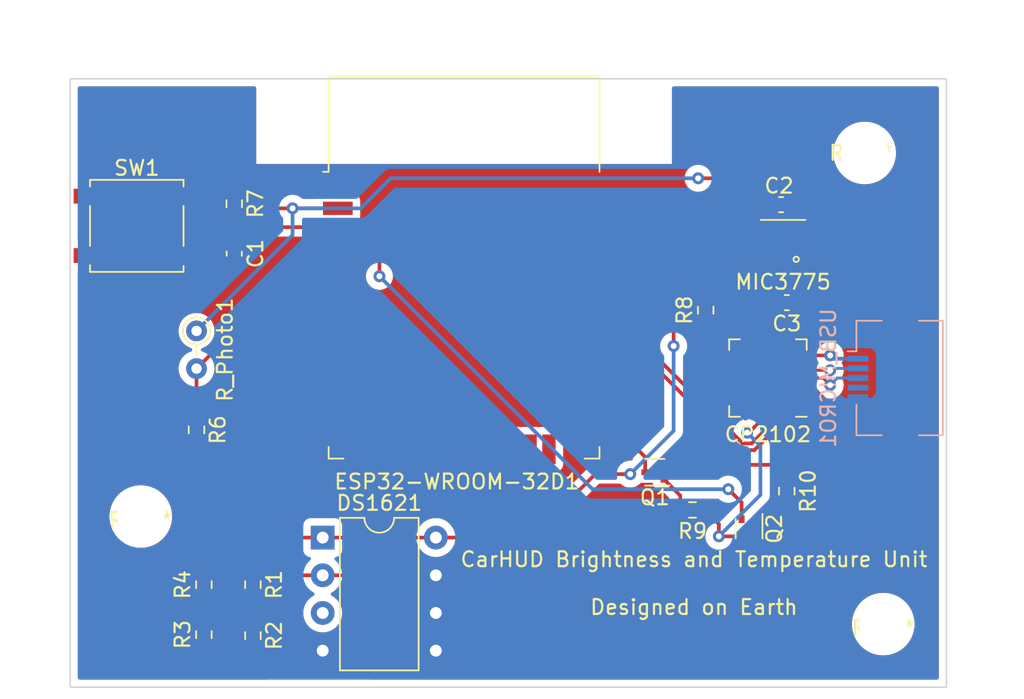
<source format=kicad_pcb>
(kicad_pcb (version 20211014) (generator pcbnew)
  (layers (0 "F.Cu" signal) (31 "B.Cu" signal) (34 "B.Paste" user) (35 "F.Paste" user) (36 "B.SilkS" user "B.Silkscreen") (37 "F.SilkS" user "F.Silkscreen") (38 "B.Mask" user) (39 "F.Mask" user) (44 "Edge.Cuts" user))
  (net 0 "")
  (net 1 "/RESET")
  (net 2 "GND")
  (net 3 "+3V3")
  (net 4 "+5V")
  (net 5 "/D-")
  (net 6 "/D+")
  (net 8 "Net-(Q1-Pad1)")
  (net 9 "/DTR")
  (net 10 "/GPIO0")
  (net 11 "Net-(Q2-Pad1)")
  (net 12 "/RTS")
  (net 13 "/SCL")
  (net 14 "Net-(R1-Pad2)")
  (net 15 "Net-(R3-Pad2)")
  (net 16 "/SDA")
  (net 17 "/PHOTO_SENS")
  (net 20 "Net-(CP2102-Pad9)")
  (net 46 "/RX_ESP")
  (net 47 "/TX_ESP")
  (footprint "Resistor_SMD:R_0603_1608Metric" (layer "F.Cu") (at 83.301 83.524 -90)
    (fp_text reference "R2" (at 0 -1.43 90) (layer "F.SilkS"))
    (fp_text value "1k")
    (fp_line (start -0.237258 -0.5225) (end 0.237258 -0.5225) (layer "F.SilkS") (width 0.12))
    (fp_line (start -0.237258 0.5225) (end 0.237258 0.5225) (layer "F.SilkS") (width 0.12))
    (pad "1" smd roundrect (at -0.825 0 270) (size 0.8 0.95) (layers "F.Cu" "F.Paste" "F.Mask") (net 14 "Net-(R1-Pad2)"))
    (pad "2" smd roundrect (at 0.825 0 270) (size 0.8 0.95) (layers "F.Cu" "F.Paste" "F.Mask") (net 4 "+5V"))
  )
  (footprint "Package_TO_SOT_SMD:SOT-523" (layer "F.Cu") (at 116.713 76.327 -90)
    (fp_text reference "Q2" (at 0 -1.7 90) (layer "F.SilkS"))
    (fp_text value "BC847")
    (fp_line (start 0.65 0.9) (end -0.65 0.9) (layer "F.SilkS") (width 0.12))
    (fp_line (start -1 -0.9) (end 0.65 -0.9) (layer "F.SilkS") (width 0.12))
    (pad "1" smd rect (at -0.645 -0.5 90) (size 0.51 0.4) (layers "F.Cu" "F.Paste" "F.Mask") (net 11 "Net-(Q2-Pad1)"))
    (pad "2" smd rect (at -0.645 0.5 90) (size 0.51 0.4) (layers "F.Cu" "F.Paste" "F.Mask") (net 1 "/RESET"))
    (pad "3" smd rect (at 0.645 0 90) (size 0.51 0.4) (layers "F.Cu" "F.Paste" "F.Mask") (net 12 "/RTS"))
  )
  (footprint "Resistor_SMD:R_0603_1608Metric" (layer "F.Cu") (at 82.042 54.419 -90)
    (fp_text reference "R7" (at 0 -1.43 90) (layer "F.SilkS"))
    (fp_text value "10k")
    (fp_line (start -0.237258 -0.5225) (end 0.237258 -0.5225) (layer "F.SilkS") (width 0.12))
    (fp_line (start -0.237258 0.5225) (end 0.237258 0.5225) (layer "F.SilkS") (width 0.12))
    (pad "1" smd roundrect (at -0.825 0 270) (size 0.8 0.95) (layers "F.Cu" "F.Paste" "F.Mask") (net 3 "+3V3"))
    (pad "2" smd roundrect (at 0.825 0 270) (size 0.8 0.95) (layers "F.Cu" "F.Paste" "F.Mask") (net 1 "/RESET"))
  )
  (footprint "LinReg:MSOP8-Reg" (layer "F.Cu") (at 118.999 57.15 180)
    (fp_text reference "MIC3775" (at -0.005 -2.54 unlocked) (layer "F.SilkS"))
    (fp_text value "MIC3775-3.3YMM")
    (fp_line (start -0.005 1.638) (end 1.495 1.638) (layer "F.SilkS") (width 0.12))
    (fp_line (start -0.005 1.638) (end -1.505 1.638) (layer "F.SilkS") (width 0.12))
    (fp_circle (center -0.889 -1.016) (end -0.762 -0.889) (layer "F.SilkS") (width 0.12) (fill none))
    (pad "EN" smd roundrect (at -2.1175 -0.947 180) (size 1.625 0.4) (layers "F.Cu" "F.Paste" "F.Mask") (net 4 "+5V"))
    (pad "FLG" smd roundrect (at -2.1175 0.353 180) (size 1.625 0.4) (layers "F.Cu" "F.Paste" "F.Mask"))
    (pad "GND" smd roundrect (at 2.1075 -0.297 180) (size 1.625 0.4) (layers "F.Cu" "F.Paste" "F.Mask") (net 2 "GND"))
    (pad "GND" smd roundrect (at 2.1075 -0.947 180) (size 1.625 0.4) (layers "F.Cu" "F.Paste" "F.Mask") (net 2 "GND"))
    (pad "GND" smd roundrect (at 2.1075 1.003 180) (size 1.625 0.4) (layers "F.Cu" "F.Paste" "F.Mask") (net 2 "GND"))
    (pad "GND" smd roundrect (at 2.1075 0.353 180) (size 1.625 0.4) (layers "F.Cu" "F.Paste" "F.Mask") (net 2 "GND"))
    (pad "IN" smd roundrect (at -2.1175 -0.297 180) (size 1.625 0.4) (layers "F.Cu" "F.Paste" "F.Mask") (net 4 "+5V"))
    (pad "OUT" smd roundrect (at -2.1175 1.003 180) (size 1.625 0.4) (layers "F.Cu" "F.Paste" "F.Mask") (net 3 "+3V3"))
  )
  (footprint "Capacitor_SMD:C_0603_1608Metric" (layer "F.Cu") (at 119.253 61.087)
    (fp_text reference "C3" (at 0 1.413) (layer "F.SilkS"))
    (fp_text value "10uF")
    (fp_line (start -0.14058 0.51) (end 0.14058 0.51) (layer "F.SilkS") (width 0.12))
    (fp_line (start -0.14058 -0.51) (end 0.14058 -0.51) (layer "F.SilkS") (width 0.12))
    (pad "1" smd roundrect (at -0.775 0) (size 0.9 0.95) (layers "F.Cu" "F.Paste" "F.Mask") (net 4 "+5V"))
    (pad "2" smd roundrect (at 0.775 0) (size 0.9 0.95) (layers "F.Cu" "F.Paste" "F.Mask") (net 2 "GND"))
  )
  (footprint "Resistor_THT:R_Axial_DIN0204_L3.6mm_D1.6mm_P2.54mm_Vertical" (layer "F.Cu") (at 79.502 62.992 -90)
    (fp_text reference "R_Photo1" (at 1.27 -1.92 90) (layer "F.SilkS"))
    (fp_text value "R_Photo")
    (fp_line (start 0.92 0) (end 1.54 0) (layer "F.SilkS") (width 0.12))
    (fp_circle (center 0 0) (end 0.92 0) (layer "F.SilkS") (width 0.12) (fill none))
    (pad "1" thru_hole circle (at 0 0 270) (size 1.4 1.4) (drill 0.7) (layers *.Cu *.Mask) (net 3 "+3V3"))
    (pad "2" thru_hole oval (at 2.54 0 270) (size 1.4 1.4) (drill 0.7) (layers *.Cu *.Mask) (net 17 "/PHOTO_SENS"))
  )
  (footprint "Button_Switch_SMD:SW_SPST_EVPBF" (layer "F.Cu") (at 75.479 55.912)
    (fp_text reference "SW1" (at 0 -3.9) (layer "F.SilkS"))
    (fp_text value "SW_Push")
    (fp_line (start -3.15 2.65) (end -3.15 3.1) (layer "F.SilkS") (width 0.12))
    (fp_line (start 3.15 3.1) (end 3.15 2.7) (layer "F.SilkS") (width 0.12))
    (fp_line (start 3.15 -1.35) (end 3.15 1.35) (layer "F.SilkS") (width 0.12))
    (fp_line (start -3.15 1.35) (end -3.15 -1.35) (layer "F.SilkS") (width 0.12))
    (fp_line (start -3.15 3.1) (end 3.15 3.1) (layer "F.SilkS") (width 0.12))
    (fp_line (start 3.15 -3.1) (end 3.15 -2.65) (layer "F.SilkS") (width 0.12))
    (fp_line (start -3.15 -2.65) (end -3.15 -3.1) (layer "F.SilkS") (width 0.12))
    (fp_line (start -3.15 -3.1) (end 3.15 -3.1) (layer "F.SilkS") (width 0.12))
    (pad "1" smd rect (at -2.88 -2) (size 2.75 1) (layers "F.Cu" "F.Paste" "F.Mask") (net 2 "GND"))
    (pad "1" smd rect (at 2.88 -2) (size 2.75 1) (layers "F.Cu" "F.Paste" "F.Mask") (net 2 "GND"))
    (pad "2" smd rect (at -2.88 2) (size 2.75 1) (layers "F.Cu" "F.Paste" "F.Mask") (net 1 "/RESET"))
    (pad "2" smd rect (at 2.88 2) (size 2.75 1) (layers "F.Cu" "F.Paste" "F.Mask") (net 1 "/RESET"))
  )
  (footprint "Capacitor_SMD:C_0603_1608Metric" (layer "F.Cu") (at 118.872 54.483 180)
    (fp_text reference "C2" (at 0.14058 1.27) (layer "F.SilkS"))
    (fp_text value "10uF")
    (fp_line (start -0.14058 -0.51) (end 0.14058 -0.51) (layer "F.SilkS") (width 0.12))
    (fp_line (start -0.14058 0.51) (end 0.14058 0.51) (layer "F.SilkS") (width 0.12))
    (pad "1" smd roundrect (at -0.775 0 180) (size 0.9 0.95) (layers "F.Cu" "F.Paste" "F.Mask") (net 3 "+3V3"))
    (pad "2" smd roundrect (at 0.775 0 180) (size 0.9 0.95) (layers "F.Cu" "F.Paste" "F.Mask") (net 2 "GND"))
  )
  (footprint "Capacitor_SMD:C_0603_1608Metric" (layer "F.Cu") (at 82.042 57.785 -90)
    (fp_text reference "C1" (at 0 -1.43 90) (layer "F.SilkS"))
    (fp_text value "10uF")
    (fp_line (start -0.14058 -0.51) (end 0.14058 -0.51) (layer "F.SilkS") (width 0.12))
    (fp_line (start -0.14058 0.51) (end 0.14058 0.51) (layer "F.SilkS") (width 0.12))
    (pad "1" smd roundrect (at -0.775 0 270) (size 0.9 0.95) (layers "F.Cu" "F.Paste" "F.Mask") (net 1 "/RESET"))
    (pad "2" smd roundrect (at 0.775 0 270) (size 0.9 0.95) (layers "F.Cu" "F.Paste" "F.Mask") (net 2 "GND"))
  )
  (footprint "Resistor_SMD:R_0603_1608Metric" (layer "F.Cu") (at 113.792 61.595 90)
    (fp_text reference "R8" (at 0 -1.43 90) (layer "F.SilkS"))
    (fp_text value "10k")
    (fp_line (start -0.237258 -0.5225) (end 0.237258 -0.5225) (layer "F.SilkS") (width 0.12))
    (fp_line (start -0.237258 0.5225) (end 0.237258 0.5225) (layer "F.SilkS") (width 0.12))
    (pad "1" smd roundrect (at -0.825 0 90) (size 0.8 0.95) (layers "F.Cu" "F.Paste" "F.Mask") (net 20 "Net-(CP2102-Pad9)"))
    (pad "2" smd roundrect (at 0.825 0 90) (size 0.8 0.95) (layers "F.Cu" "F.Paste" "F.Mask") (net 4 "+5V"))
  )
  (footprint "Resistor_SMD:R_0603_1608Metric" (layer "F.Cu") (at 79.502 69.659 -90)
    (fp_text reference "R6" (at 0 -1.43 90) (layer "F.SilkS"))
    (fp_text value "10k")
    (fp_line (start -0.237258 -0.5225) (end 0.237258 -0.5225) (layer "F.SilkS") (width 0.12))
    (fp_line (start -0.237258 0.5225) (end 0.237258 0.5225) (layer "F.SilkS") (width 0.12))
    (pad "1" smd roundrect (at -0.825 0 270) (size 0.8 0.95) (layers "F.Cu" "F.Paste" "F.Mask") (net 17 "/PHOTO_SENS"))
    (pad "2" smd roundrect (at 0.825 0 270) (size 0.8 0.95) (layers "F.Cu" "F.Paste" "F.Mask") (net 2 "GND"))
  )
  (footprint "Package_TO_SOT_SMD:SOT-523" (layer "F.Cu") (at 110.363 72.517 180)
    (fp_text reference "Q1" (at 0 -1.7) (layer "F.SilkS"))
    (fp_text value "BC847")
    (fp_line (start 0.65 0.9) (end -0.65 0.9) (layer "F.SilkS") (width 0.12))
    (fp_line (start -1 -0.9) (end 0.65 -0.9) (layer "F.SilkS") (width 0.12))
    (pad "1" smd rect (at -0.645 -0.5) (size 0.51 0.4) (layers "F.Cu" "F.Paste" "F.Mask") (net 8 "Net-(Q1-Pad1)"))
    (pad "2" smd rect (at -0.645 0.5) (size 0.51 0.4) (layers "F.Cu" "F.Paste" "F.Mask") (net 9 "/DTR"))
    (pad "3" smd rect (at 0.645 0) (size 0.51 0.4) (layers "F.Cu" "F.Paste" "F.Mask") (net 10 "/GPIO0"))
  )
  (footprint "Resistor_SMD:R_0603_1608Metric" (layer "F.Cu") (at 79.999 83.46 90)
    (fp_text reference "R3" (at 0 -1.43 90) (layer "F.SilkS"))
    (fp_text value "1k")
    (fp_line (start -0.237258 -0.5225) (end 0.237258 -0.5225) (layer "F.SilkS") (width 0.12))
    (fp_line (start -0.237258 0.5225) (end 0.237258 0.5225) (layer "F.SilkS") (width 0.12))
    (pad "1" smd roundrect (at -0.825 0 90) (size 0.8 0.95) (layers "F.Cu" "F.Paste" "F.Mask") (net 4 "+5V"))
    (pad "2" smd roundrect (at 0.825 0 90) (size 0.8 0.95) (layers "F.Cu" "F.Paste" "F.Mask") (net 15 "Net-(R3-Pad2)"))
  )
  (footprint "MountingHole:MountingHole_3.2mm_M3" (layer "F.Cu") (at 125.75 82.75)
    (fp_text reference "REF**" (at 0 0.25) (layer "F.SilkS"))
    (fp_text value "MountingHole_3.2mm_M3")
    (pad "" np_thru_hole circle (at 0 0) (size 3.2 3.2) (drill 3.2) (layers *.Cu *.Mask))
  )
  (footprint "Package_DIP:DIP-8_W7.62mm" (layer "F.Cu") (at 88 76.92)
    (fp_text reference "DS1621" (at 3.81 -2.33) (layer "F.SilkS"))
    (fp_text value "DS1621")
    (fp_line (start 2.81 -1.33) (end 1.16 -1.33) (layer "F.SilkS") (width 0.12))
    (fp_line (start 1.16 8.95) (end 6.46 8.95) (layer "F.SilkS") (width 0.12))
    (fp_line (start 1.16 -1.33) (end 1.16 8.95) (layer "F.SilkS") (width 0.12))
    (fp_line (start 6.46 8.95) (end 6.46 -1.33) (layer "F.SilkS") (width 0.12))
    (fp_line (start 6.46 -1.33) (end 4.81 -1.33) (layer "F.SilkS") (width 0.12))
    (fp_arc (start 4.81 -1.33) (mid 3.81 -0.33) (end 2.81 -1.33) (layer "F.SilkS") (width 0.12))
    (pad "1" thru_hole rect (at 0 0) (size 1.6 1.6) (drill 0.8) (layers *.Cu *.Mask) (net 16 "/SDA"))
    (pad "2" thru_hole oval (at 0 2.54) (size 1.6 1.6) (drill 0.8) (layers *.Cu *.Mask) (net 13 "/SCL"))
    (pad "3" thru_hole oval (at 0 5.08) (size 1.6 1.6) (drill 0.8) (layers *.Cu *.Mask))
    (pad "4" thru_hole oval (at 0 7.62) (size 1.6 1.6) (drill 0.8) (layers *.Cu *.Mask) (net 2 "GND"))
    (pad "5" thru_hole oval (at 7.62 7.62) (size 1.6 1.6) (drill 0.8) (layers *.Cu *.Mask) (net 2 "GND"))
    (pad "6" thru_hole oval (at 7.62 5.08) (size 1.6 1.6) (drill 0.8) (layers *.Cu *.Mask) (net 2 "GND"))
    (pad "7" thru_hole oval (at 7.62 2.54) (size 1.6 1.6) (drill 0.8) (layers *.Cu *.Mask) (net 2 "GND"))
    (pad "8" thru_hole oval (at 7.62 0) (size 1.6 1.6) (drill 0.8) (layers *.Cu *.Mask) (net 4 "+5V"))
  )
  (footprint "Resistor_SMD:R_0603_1608Metric" (layer "F.Cu") (at 83.301 80.095 -90)
    (fp_text reference "R1" (at 0 -1.43 90) (layer "F.SilkS"))
    (fp_text value "1k")
    (fp_line (start -0.237258 -0.5225) (end 0.237258 -0.5225) (layer "F.SilkS") (width 0.12))
    (fp_line (start -0.237258 0.5225) (end 0.237258 0.5225) (layer "F.SilkS") (width 0.12))
    (pad "1" smd roundrect (at -0.825 0 270) (size 0.8 0.95) (layers "F.Cu" "F.Paste" "F.Mask") (net 13 "/SCL"))
    (pad "2" smd roundrect (at 0.825 0 270) (size 0.8 0.95) (layers "F.Cu" "F.Paste" "F.Mask") (net 14 "Net-(R1-Pad2)"))
  )
  (footprint "Resistor_SMD:R_0603_1608Metric" (layer "F.Cu") (at 119.253 73.787 -90)
    (fp_text reference "R10" (at 0 -1.43 90) (layer "F.SilkS"))
    (fp_text value "10k")
    (fp_line (start -0.237258 0.5225) (end 0.237258 0.5225) (layer "F.SilkS") (width 0.12))
    (fp_line (start -0.237258 -0.5225) (end 0.237258 -0.5225) (layer "F.SilkS") (width 0.12))
    (pad "1" smd roundrect (at -0.825 0 270) (size 0.8 0.95) (layers "F.Cu" "F.Paste" "F.Mask") (net 9 "/DTR"))
    (pad "2" smd roundrect (at 0.825 0 270) (size 0.8 0.95) (layers "F.Cu" "F.Paste" "F.Mask") (net 11 "Net-(Q2-Pad1)"))
  )
  (footprint "RF_Module:ESP32-WROOM-32" (layer "F.Cu") (at 97.52 61.715)
    (fp_text reference "ESP32-WROOM-32D1" (at -0.492 11.437 180) (layer "F.SilkS"))
    (fp_text value "ESP32-WROOM-32D")
    (fp_line (start -9.12 -9.445) (end -9.5 -9.445) (layer "F.SilkS") (width 0.12))
    (fp_line (start -9.12 -15.865) (end 9.12 -15.865) (layer "F.SilkS") (width 0.12))
    (fp_line (start -9.12 -15.865) (end -9.12 -9.445) (layer "F.SilkS") (width 0.12))
    (fp_line (start -9.12 9.1) (end -9.12 9.88) (layer "F.SilkS") (width 0.12))
    (fp_line (start -9.12 9.88) (end -8.12 9.88) (layer "F.SilkS") (width 0.12))
    (fp_line (start 9.12 9.1) (end 9.12 9.88) (layer "F.SilkS") (width 0.12))
    (fp_line (start 9.12 -15.865) (end 9.12 -9.445) (layer "F.SilkS") (width 0.12))
    (fp_line (start 9.12 9.88) (end 8.12 9.88) (layer "F.SilkS") (width 0.12))
    (pad "1" smd rect (at -8.5 -8.255) (size 2 0.9) (layers "F.Cu" "F.Paste" "F.Mask") (net 2 "GND"))
    (pad "2" smd rect (at -8.5 -6.985) (size 2 0.9) (layers "F.Cu" "F.Paste" "F.Mask") (net 3 "+3V3"))
    (pad "3" smd rect (at -8.5 -5.715) (size 2 0.9) (layers "F.Cu" "F.Paste" "F.Mask") (net 1 "/RESET"))
    (pad "4" smd rect (at -8.5 -4.445) (size 2 0.9) (layers "F.Cu" "F.Paste" "F.Mask"))
    (pad "5" smd rect (at -8.5 -3.175) (size 2 0.9) (layers "F.Cu" "F.Paste" "F.Mask"))
    (pad "6" smd rect (at -8.5 -1.905) (size 2 0.9) (layers "F.Cu" "F.Paste" "F.Mask"))
    (pad "7" smd rect (at -8.5 -0.635) (size 2 0.9) (layers "F.Cu" "F.Paste" "F.Mask"))
    (pad "8" smd rect (at -8.5 0.635) (size 2 0.9) (layers "F.Cu" "F.Paste" "F.Mask"))
    (pad "9" smd rect (at -8.5 1.905) (size 2 0.9) (layers "F.Cu" "F.Paste" "F.Mask") (net 17 "/PHOTO_SENS"))
    (pad "10" smd rect (at -8.5 3.175) (size 2 0.9) (layers "F.Cu" "F.Paste" "F.Mask"))
    (pad "11" smd rect (at -8.5 4.445) (size 2 0.9) (layers "F.Cu" "F.Paste" "F.Mask"))
    (pad "12" smd rect (at -8.5 5.715) (size 2 0.9) (layers "F.Cu" "F.Paste" "F.Mask"))
    (pad "13" smd rect (at -8.5 6.985) (size 2 0.9) (layers "F.Cu" "F.Paste" "F.Mask"))
    (pad "14" smd rect (at -8.5 8.255) (size 2 0.9) (layers "F.Cu" "F.Paste" "F.Mask"))
    (pad "15" smd rect (at -5.715 9.255 90) (size 2 0.9) (layers "F.Cu" "F.Paste" "F.Mask") (net 2 "GND"))
    (pad "16" smd rect (at -4.445 9.255 90) (size 2 0.9) (layers "F.Cu" "F.Paste" "F.Mask"))
    (pad "17" smd rect (at -3.175 9.255 90) (size 2 0.9) (layers "F.Cu" "F.Paste" "F.Mask"))
    (pad "18" smd rect (at -1.905 9.255 90) (size 2 0.9) (layers "F.Cu" "F.Paste" "F.Mask"))
    (pad "19" smd rect (at -0.635 9.255 90) (size 2 0.9) (layers "F.Cu" "F.Paste" "F.Mask"))
    (pad "20" smd rect (at 0.635 9.255 90) (size 2 0.9) (layers "F.Cu" "F.Paste" "F.Mask"))
    (pad "21" smd rect (at 1.905 9.255 90) (size 2 0.9) (layers "F.Cu" "F.Paste" "F.Mask") (net 16 "/SDA"))
    (pad "22" smd rect (at 3.175 9.255 90) (size 2 0.9) (layers "F.Cu" "F.Paste" "F.Mask") (net 13 "/SCL"))
    (pad "23" smd rect (at 4.445 9.255 90) (size 2 0.9) (layers "F.Cu" "F.Paste" "F.Mask"))
    (pad "24" smd rect (at 5.715 9.255 90) (size 2 0.9) (layers "F.Cu" "F.Paste" "F.Mask"))
    (pad "25" smd rect (at 8.5 8.255) (size 2 0.9) (layers "F.Cu" "F.Paste" "F.Mask") (net 10 "/GPIO0"))
    (pad "26" smd rect (at 8.5 6.985) (size 2 0.9) (layers "F.Cu" "F.Paste" "F.Mask"))
    (pad "27" smd rect (at 8.5 5.715) (size 2 0.9) (layers "F.Cu" "F.Paste" "F.Mask"))
    (pad "28" smd rect (at 8.5 4.445) (size 2 0.9) (layers "F.Cu" "F.Paste" "F.Mask"))
    (pad "29" smd rect (at 8.5 3.175) (size 2 0.9) (layers "F.Cu" "F.Paste" "F.Mask"))
    (pad "30" smd rect (at 8.5 1.905) (size 2 0.9) (layers "F.Cu" "F.Paste" "F.Mask"))
    (pad "31" smd rect (at 8.5 0.635) (size 2 0.9) (layers "F.Cu" "F.Paste" "F.Mask"))
    (pad "32" smd rect (at 8.5 -0.635) (size 2 0.9) (layers "F.Cu" "F.Paste" "F.Mask"))
    (pad "33" smd rect (at 8.5 -1.905) (size 2 0.9) (layers "F.Cu" "F.Paste" "F.Mask"))
    (pad "34" smd rect (at 8.5 -3.175) (size 2 0.9) (layers "F.Cu" "F.Paste" "F.Mask") (net 46 "/RX_ESP"))
    (pad "35" smd rect (at 8.5 -4.445) (size 2 0.9) (layers "F.Cu" "F.Paste" "F.Mask") (net 47 "/TX_ESP"))
    (pad "36" smd rect (at 8.5 -5.715) (size 2 0.9) (layers "F.Cu" "F.Paste" "F.Mask"))
    (pad "37" smd rect (at 8.5 -6.985) (size 2 0.9) (layers "F.Cu" "F.Paste" "F.Mask"))
    (pad "38" smd rect (at 8.5 -8.255) (size 2 0.9) (layers "F.Cu" "F.Paste" "F.Mask") (net 2 "GND"))
    (pad "39" smd rect (at -1 -0.755) (size 5 5) (layers "F.Cu" "F.Paste" "F.Mask") (net 2 "GND"))
    (zone (net 0) (net_name "") (layers *.Cu) (connect_pads (clearance 0)) (min_thickness 0.254)
      (keepout (tracks not_allowed) (vias not_allowed) (pads not_allowed) (copperpour not_allowed) (footprints not_allowed))
      (fill (thermal_gap 0.508) (thermal_bridge_width 0.508))
      (polygon (pts (xy 83.52 51.745) (xy 111.52 51.745) (xy 111.52 40.965) (xy 83.52 40.965)))
    )
  )
  (footprint "MountingHole:MountingHole_3.2mm_M3" (layer "F.Cu") (at 124.5 51)
    (fp_text reference "REF**" (at -0.25 0) (layer "F.SilkS"))
    (fp_text value "MountingHole_3.2mm_M3")
    (pad "" np_thru_hole circle (at 0 0) (size 3.2 3.2) (drill 3.2) (layers *.Cu *.Mask))
  )
  (footprint "Resistor_SMD:R_0603_1608Metric" (layer "F.Cu") (at 79.999 80.095 90)
    (fp_text reference "R4" (at 0 -1.43 90) (layer "F.SilkS"))
    (fp_text value "1k")
    (fp_line (start -0.237258 -0.5225) (end 0.237258 -0.5225) (layer "F.SilkS") (width 0.12))
    (fp_line (start -0.237258 0.5225) (end 0.237258 0.5225) (layer "F.SilkS") (width 0.12))
    (pad "1" smd roundrect (at -0.825 0 90) (size 0.8 0.95) (layers "F.Cu" "F.Paste" "F.Mask") (net 15 "Net-(R3-Pad2)"))
    (pad "2" smd roundrect (at 0.825 0 90) (size 0.8 0.95) (layers "F.Cu" "F.Paste" "F.Mask") (net 16 "/SDA"))
  )
  (footprint "Package_DFN_QFN:QFN-28-1EP_5x5mm_P0.5mm_EP3.35x3.35mm" (layer "F.Cu") (at 117.983 66.167 180)
    (fp_text reference "CP2102" (at 0 -3.8) (layer "F.SilkS"))
    (fp_text value "CP2102N-Axx-xQFN28")
    (fp_line (start 1.885 -2.61) (end 2.61 -2.61) (layer "F.SilkS") (width 0.12))
    (fp_line (start 1.885 2.61) (end 2.61 2.61) (layer "F.SilkS") (width 0.12))
    (fp_line (start -2.61 2.61) (end -2.61 1.885) (layer "F.SilkS") (width 0.12))
    (fp_line (start 2.61 2.61) (end 2.61 1.885) (layer "F.SilkS") (width 0.12))
    (fp_line (start 2.61 -2.61) (end 2.61 -1.885) (layer "F.SilkS") (width 0.12))
    (fp_line (start -1.885 2.61) (end -2.61 2.61) (layer "F.SilkS") (width 0.12))
    (fp_line (start -1.885 -2.61) (end -2.61 -2.61) (layer "F.SilkS") (width 0.12))
    (pad "1" smd roundrect (at -2.45 -1.5 180) (size 0.8 0.25) (layers "F.Cu" "F.Paste" "F.Mask"))
    (pad "2" smd roundrect (at -2.45 -1 180) (size 0.8 0.25) (layers "F.Cu" "F.Paste" "F.Mask"))
    (pad "3" smd roundrect (at -2.45 -0.5 180) (size 0.8 0.25) (layers "F.Cu" "F.Paste" "F.Mask") (net 2 "GND"))
    (pad "4" smd roundrect (at -2.45 0 180) (size 0.8 0.25) (layers "F.Cu" "F.Paste" "F.Mask") (net 6 "/D+"))
    (pad "5" smd roundrect (at -2.45 0.5 180) (size 0.8 0.25) (layers "F.Cu" "F.Paste" "F.Mask") (net 5 "/D-"))
    (pad "6" smd roundrect (at -2.45 1 180) (size 0.8 0.25) (layers "F.Cu" "F.Paste" "F.Mask"))
    (pad "7" smd roundrect (at -2.45 1.5 180) (size 0.8 0.25) (layers "F.Cu" "F.Paste" "F.Mask") (net 4 "+5V"))
    (pad "8" smd roundrect (at -1.5 2.45 180) (size 0.25 0.8) (layers "F.Cu" "F.Paste" "F.Mask") (net 4 "+5V"))
    (pad "9" smd roundrect (at -1 2.45 180) (size 0.25 0.8) (layers "F.Cu" "F.Paste" "F.Mask") (net 20 "Net-(CP2102-Pad9)"))
    (pad "10" smd roundrect (at -0.5 2.45 180) (size 0.25 0.8) (layers "F.Cu" "F.Paste" "F.Mask"))
    (pad "11" smd roundrect (at 0 2.45 180) (size 0.25 0.8) (layers "F.Cu" "F.Paste" "F.Mask"))
    (pad "12" smd roundrect (at 0.5 2.45 180) (size 0.25 0.8) (layers "F.Cu" "F.Paste" "F.Mask"))
    (pad "13" smd roundrect (at 1 2.45 180) (size 0.25 0.8) (layers "F.Cu" "F.Paste" "F.Mask"))
    (pad "14" smd roundrect (at 1.5 2.45 180) (size 0.25 0.8) (layers "F.Cu" "F.Paste" "F.Mask"))
    (pad "15" smd roundrect (at 2.45 1.5 180) (size 0.8 0.25) (layers "F.Cu" "F.Paste" "F.Mask"))
    (pad "16" smd roundrect (at 2.45 1 180) (size 0.8 0.25) (layers "F.Cu" "F.Paste" "F.Mask"))
    (pad "17" smd roundrect (at 2.45 0.5 180) (size 0.8 0.25) (layers "F.Cu" "F.Paste" "F.Mask"))
    (pad "18" smd roundrect (at 2.45 0 180) (size 0.8 0.25) (layers "F.Cu" "F.Paste" "F.Mask"))
    (pad "19" smd roundrect (at 2.45 -0.5 180) (size 0.8 0.25) (layers "F.Cu" "F.Paste" "F.Mask"))
    (pad "20" smd roundrect (at 2.45 -1 180) (size 0.8 0.25) (layers "F.Cu" "F.Paste" "F.Mask"))
    (pad "21" smd roundrect (at 2.45 -1.5 180) (size 0.8 0.25) (layers "F.Cu" "F.Paste" "F.Mask"))
    (pad "22" smd roundrect (at 1.5 -2.45 180) (size 0.25 0.8) (layers "F.Cu" "F.Paste" "F.Mask"))
    (pad "23" smd roundrect (at 1 -2.45 180) (size 0.25 0.8) (layers "F.Cu" "F.Paste" "F.Mask"))
    (pad "24" smd roundrect (at 0.5 -2.45 180) (size 0.25 0.8) (layers "F.Cu" "F.Paste" "F.Mask") (net 12 "/RTS"))
    (pad "25" smd roundrect (at 0 -2.45 180) (size 0.25 0.8) (layers "F.Cu" "F.Paste" "F.Mask") (net 47 "/TX_ESP"))
    (pad "26" smd roundrect (at -0.5 -2.45 180) (size 0.25 0.8) (layers "F.Cu" "F.Paste" "F.Mask") (net 46 "/RX_ESP"))
    (pad "27" smd roundrect (at -1 -2.45 180) (size 0.25 0.8) (layers "F.Cu" "F.Paste" "F.Mask"))
    (pad "28" smd roundrect (at -1.5 -2.45 180) (size 0.25 0.8) (layers "F.Cu" "F.Paste" "F.Mask") (net 9 "/DTR"))
    (pad "29" smd rect (at 0 0 180) (size 3.35 3.35) (layers "F.Cu" "F.Mask") (net 2 "GND"))
  )
  (footprint "MountingHole:MountingHole_3.2mm_M3" (layer "F.Cu") (at 75.75 75.5)
    (fp_text reference "REF**" (at 0 0.25) (layer "F.SilkS"))
    (fp_text value "MountingHole_3.2mm_M3")
    (pad "" np_thru_hole circle (at 0 0) (size 3.2 3.2) (drill 3.2) (layers *.Cu *.Mask))
  )
  (footprint "Resistor_SMD:R_0603_1608Metric" (layer "F.Cu") (at 112.903 75.057 180)
    (fp_text reference "R9" (at 0 -1.43) (layer "F.SilkS"))
    (fp_text value "10k")
    (fp_line (start -0.237258 -0.5225) (end 0.237258 -0.5225) (layer "F.SilkS") (width 0.12))
    (fp_line (start -0.237258 0.5225) (end 0.237258 0.5225) (layer "F.SilkS") (width 0.12))
    (pad "1" smd roundrect (at -0.825 0 180) (size 0.8 0.95) (layers "F.Cu" "F.Paste" "F.Mask") (net 12 "/RTS"))
    (pad "2" smd roundrect (at 0.825 0 180) (size 0.8 0.95) (layers "F.Cu" "F.Paste" "F.Mask") (net 8 "Net-(Q1-Pad1)"))
  )
  (footprint "Connector_USB:USB_Micro-B_Amphenol_10104110_Horizontal" (layer "B.Cu") (at 125.603 66.167 -90)
    (fp_text reference "USB_MICRO1" (at 0 3.55 90) (layer "B.SilkS") (effects (justify mirror)))
    (fp_text value "USB_B_Micro")
    (fp_line (start -3.86 -4.16) (end -3.86 -2.55) (layer "B.SilkS") (width 0.12))
    (fp_line (start -3.86 -4.16) (end 3.86 -4.16) (layer "B.SilkS") (width 0.12))
    (fp_line (start 3.86 1.66) (end 1.8 1.66) (layer "B.SilkS") (width 0.12))
    (fp_line (start -3.86 1.66) (end -1.8 1.66) (layer "B.SilkS") (width 0.12))
    (fp_line (start 3.86 -0.05) (end 3.86 1.66) (layer "B.SilkS") (width 0.12))
    (fp_line (start -1.8 1.66) (end -1.8 2.25) (layer "B.SilkS") (width 0.12))
    (fp_line (start 3.86 -4.16) (end 3.86 -2.55) (layer "B.SilkS") (width 0.12))
    (fp_line (start -3.86 -0.05) (end -3.86 1.66) (layer "B.SilkS") (width 0.12))
    (pad "1" smd rect (at -1.3 1.55 270) (size 0.4 1.4) (layers "B.Cu" "B.Paste" "B.Mask") (net 4 "+5V"))
    (pad "2" smd rect (at -0.65 1.55 270) (size 0.4 1.4) (layers "B.Cu" "B.Paste" "B.Mask") (net 5 "/D-"))
    (pad "3" smd rect (at 0 1.55 270) (size 0.4 1.4) (layers "B.Cu" "B.Paste" "B.Mask") (net 6 "/D+"))
    (pad "4" smd rect (at 0.65 1.55 270) (size 0.4 1.4) (layers "B.Cu" "B.Paste" "B.Mask"))
    (pad "5" smd rect (at 1.3 1.55 270) (size 0.4 1.4) (layers "B.Cu" "B.Paste" "B.Mask") (net 2 "GND"))
    (pad "6" smd rect (at -3.75 -1.3 270) (size 2.3 1.9) (layers "B.Cu" "B.Paste" "B.Mask") (net 2 "GND"))
    (pad "6" smd rect (at -1.15 -1.3 270) (size 1.8 1.9) (layers "B.Cu" "B.Paste" "B.Mask") (net 2 "GND"))
    (pad "6" smd rect (at 3.75 -1.3 270) (size 2.3 1.9) (layers "B.Cu" "B.Paste" "B.Mask") (net 2 "GND"))
    (pad "6" smd rect (at 1.15 -1.3 270) (size 1.8 1.9) (layers "B.Cu" "B.Paste" "B.Mask") (net 2 "GND"))
  )
  (gr_rect (start 71 46) (end 130 87) (layer "Edge.Cuts") (width 0.1) (fill none))
  (gr_text "CarHUD Brightness and Temperature Unit\n\nDesigned on Earth" (at 113 80) (layer "F.SilkS") (effects (font (size 1 1))))
  (segment (start 82.798 56) (end 89.02 56) (width 0.25) (layer "F.Cu") (net 1))
  (segment (start 78.359 57.912) (end 81.14 57.912) (width 0.25) (layer "F.Cu") (net 1))
  (segment (start 82.042 55.244) (end 82.798 56) (width 0.25) (layer "F.Cu") (net 1))
  (segment (start 116.213 75.682) (end 116.213 74.557) (width 0.25) (layer "F.Cu") (net 1))
  (segment (start 82.042 55.244) (end 82.042 57.01) (width 0.25) (layer "F.Cu") (net 1))
  (segment (start 90.27 56) (end 89.02 56) (width 0.25) (layer "F.Cu") (net 1))
  (segment (start 72.599 57.912) (end 78.359 57.912) (width 0.25) (layer "F.Cu") (net 1))
  (segment (start 91.821 57.551) (end 90.27 56) (width 0.25) (layer "F.Cu") (net 1))
  (segment (start 116.213 74.557) (end 115.316 73.66) (width 0.25) (layer "F.Cu") (net 1))
  (segment (start 81.14 57.912) (end 82.042 57.01) (width 0.25) (layer "F.Cu") (net 1))
  (segment (start 91.821 59.309) (end 91.821 57.551) (width 0.25) (layer "F.Cu") (net 1))
  (via (at 91.821 59.309) (size 0.8) (drill 0.4) (layers "F.Cu" "B.Cu") (net 1))
  (via (at 115.316 73.66) (size 0.8) (drill 0.4) (layers "F.Cu" "B.Cu") (net 1))
  (segment (start 106.172 73.66) (end 91.821 59.309) (width 0.25) (layer "B.Cu") (net 1))
  (segment (start 115.316 73.66) (end 106.172 73.66) (width 0.25) (layer "B.Cu") (net 1))
  (segment (start 120.880328 66.667) (end 122 67.786672) (width 0.25) (layer "F.Cu") (net 2))
  (segment (start 118.483 66.667) (end 117.983 66.167) (width 0.25) (layer "F.Cu") (net 2))
  (segment (start 120.433 66.667) (end 120.880328 66.667) (width 0.25) (layer "F.Cu") (net 2))
  (segment (start 122 67.786672) (end 122 68) (width 0.25) (layer "F.Cu") (net 2))
  (segment (start 120.433 66.667) (end 118.483 66.667) (width 0.25) (layer "F.Cu") (net 2))
  (segment (start 85.972 54.73) (end 89.02 54.73) (width 0.25) (layer "F.Cu") (net 3))
  (segment (start 119.647 54.483) (end 119.647 53.734) (width 0.25) (layer "F.Cu") (net 3))
  (segment (start 121.1165 55.9525) (end 119.647 54.483) (width 0.25) (layer "F.Cu") (net 3))
  (segment (start 119.647 53.734) (end 118.618 52.705) (width 0.25) (layer "F.Cu") (net 3))
  (segment (start 85.972 54.73) (end 85.845 54.73) (width 0.25) (layer "F.Cu") (net 3))
  (segment (start 118.618 52.705) (end 113.284 52.705) (width 0.25) (layer "F.Cu") (net 3))
  (segment (start 83.178 54.73) (end 82.042 53.594) (width 0.25) (layer "F.Cu") (net 3))
  (segment (start 121.1165 56.147) (end 121.1165 55.9525) (width 0.25) (layer "F.Cu") (net 3))
  (segment (start 85.845 54.73) (end 83.178 54.73) (width 0.25) (layer "F.Cu") (net 3))
  (via (at 113.284 52.705) (size 0.8) (drill 0.4) (layers "F.Cu" "B.Cu") (net 3))
  (via (at 85.972 54.73) (size 0.8) (drill 0.4) (layers "F.Cu" "B.Cu") (net 3))
  (segment (start 113.284 52.705) (end 92.583 52.705) (width 0.25) (layer "B.Cu") (net 3))
  (segment (start 90.558 54.73) (end 92.583 52.705) (width 0.25) (layer "B.Cu") (net 3))
  (segment (start 85.972 54.73) (end 90.558 54.73) (width 0.25) (layer "B.Cu") (net 3))
  (segment (start 85.972 56.522) (end 85.972 54.73) (width 0.25) (layer "B.Cu") (net 3))
  (segment (start 79.502 62.992) (end 85.972 56.522) (width 0.25) (layer "B.Cu") (net 3))
  (segment (start 118.478 61.087) (end 118.478 60.7355) (width 0.25) (layer "F.Cu") (net 4))
  (segment (start 118.161 60.77) (end 118.478 61.087) (width 0.25) (layer "F.Cu") (net 4))
  (segment (start 83.301 84.349) (end 84.889 85.937) (width 0.25) (layer "F.Cu") (net 4))
  (segment (start 118.478 60.7355) (end 121.1165 58.097) (width 0.25) (layer "F.Cu") (net 4))
  (segment (start 120.457 64.643) (end 120.433 64.667) (width 0.25) (layer "F.Cu") (net 4))
  (segment (start 119.483 63.717) (end 119.483 62.092) (width 0.25) (layer "F.Cu") (net 4))
  (segment (start 113.792 60.77) (end 118.161 60.77) (width 0.25) (layer "F.Cu") (net 4))
  (segment (start 90.54 85.937) (end 84.889 85.937) (width 0.25) (layer "F.Cu") (net 4))
  (segment (start 120.433 64.667) (end 119.483 63.717) (width 0.25) (layer "F.Cu") (net 4))
  (segment (start 102.08 76.92) (end 95.62 76.92) (width 0.25) (layer "F.Cu") (net 4))
  (segment (start 111.633 62.929) (end 113.792 60.77) (width 0.25) (layer "F.Cu") (net 4))
  (segment (start 83.237 84.285) (end 83.301 84.349) (width 0.25) (layer "F.Cu") (net 4))
  (segment (start 90.54 85.937) (end 91.81 84.667) (width 0.25) (layer "F.Cu") (net 4))
  (segment (start 119.483 62.092) (end 118.478 61.087) (width 0.25) (layer "F.Cu") (net 4))
  (segment (start 108.712 72.644) (end 106.356 72.644) (width 0.25) (layer "F.Cu") (net 4))
  (segment (start 79.999 84.285) (end 83.237 84.285) (width 0.25) (layer "F.Cu") (net 4))
  (segment (start 121.1165 58.097) (end 121.1165 57.447) (width 0.25) (layer "F.Cu") (net 4))
  (segment (start 122.174 64.643) (end 120.457 64.643) (width 0.25) (layer "F.Cu") (net 4))
  (segment (start 93.969 76.92) (end 95.62 76.92) (width 0.25) (layer "F.Cu") (net 4))
  (segment (start 111.633 64.008) (end 111.633 62.929) (width 0.25) (layer "F.Cu") (net 4))
  (segment (start 91.81 79.079) (end 93.969 76.92) (width 0.25) (layer "F.Cu") (net 4))
  (segment (start 91.81 84.667) (end 91.81 79.079) (width 0.25) (layer "F.Cu") (net 4))
  (segment (start 106.356 72.644) (end 102.08 76.92) (width 0.25) (layer "F.Cu") (net 4))
  (via (at 122.174 64.643) (size 0.8) (drill 0.4) (layers "F.Cu" "B.Cu") (net 4))
  (via (at 111.633 64.008) (size 0.8) (drill 0.4) (layers "F.Cu" "B.Cu") (net 4))
  (via (at 108.712 72.644) (size 0.8) (drill 0.4) (layers "F.Cu" "B.Cu") (net 4))
  (segment (start 122.398 64.867) (end 122.174 64.643) (width 0.25) (layer "B.Cu") (net 4))
  (segment (start 108.712 72.644) (end 111.633 69.723) (width 0.25) (layer "B.Cu") (net 4))
  (segment (start 111.633 69.723) (end 111.633 64.008) (width 0.25) (layer "B.Cu") (net 4))
  (segment (start 124.053 64.867) (end 122.398 64.867) (width 0.25) (layer "B.Cu") (net 4))
  (segment (start 122.174 65.642503) (end 120.457497 65.642503) (width 0.2) (layer "F.Cu") (net 5))
  (segment (start 120.457497 65.642503) (end 120.433 65.667) (width 0.2) (layer "F.Cu") (net 5))
  (via (at 122.174 65.642503) (size 0.8) (drill 0.4) (layers "F.Cu" "B.Cu") (net 5))
  (segment (start 124.053 65.517) (end 122.299503 65.517) (width 0.2) (layer "B.Cu") (net 5))
  (segment (start 122.299503 65.517) (end 122.174 65.642503) (width 0.2) (layer "B.Cu") (net 5))
  (segment (start 121.698994 66.167) (end 120.433 66.167) (width 0.2) (layer "F.Cu") (net 6))
  (segment (start 122.174 66.642006) (end 121.698994 66.167) (width 0.2) (layer "F.Cu") (net 6))
  (via (at 122.174 66.642006) (size 0.8) (drill 0.4) (layers "F.Cu" "B.Cu") (net 6))
  (segment (start 124.053 66.167) (end 122.649006 66.167) (width 0.2) (layer "B.Cu") (net 6))
  (segment (start 122.649006 66.167) (end 122.174 66.642006) (width 0.2) (layer "B.Cu") (net 6))
  (segment (start 112.078 74.087) (end 111.008 73.017) (width 0.25) (layer "F.Cu") (net 8))
  (segment (start 112.078 75.057) (end 112.078 74.087) (width 0.25) (layer "F.Cu") (net 8))
  (segment (start 119.483 72.732) (end 119.483 68.617) (width 0.25) (layer "F.Cu") (net 9))
  (segment (start 119.253 72.962) (end 119.483 72.732) (width 0.25) (layer "F.Cu") (net 9))
  (segment (start 118.308 72.017) (end 119.253 72.962) (width 0.25) (layer "F.Cu") (net 9))
  (segment (start 111.008 72.017) (end 118.308 72.017) (width 0.25) (layer "F.Cu") (net 9))
  (segment (start 109.718 71.491) (end 108.197 69.97) (width 0.25) (layer "F.Cu") (net 10))
  (segment (start 109.718 72.517) (end 109.718 71.491) (width 0.25) (layer "F.Cu") (net 10))
  (segment (start 108.197 69.97) (end 106.02 69.97) (width 0.25) (layer "F.Cu") (net 10))
  (segment (start 119.253 74.612) (end 118.283 74.612) (width 0.25) (layer "F.Cu") (net 11))
  (segment (start 118.283 74.612) (end 117.213 75.682) (width 0.25) (layer "F.Cu") (net 11))
  (segment (start 116.586 69.85) (end 116.697328 69.85) (width 0.25) (layer "F.Cu") (net 12))
  (segment (start 114.681 76.835) (end 116.576 76.835) (width 0.25) (layer "F.Cu") (net 12))
  (segment (start 117.483 69.064328) (end 117.483 68.617) (width 0.25) (layer "F.Cu") (net 12))
  (segment (start 116.697328 69.85) (end 117.483 69.064328) (width 0.25) (layer "F.Cu") (net 12))
  (segment (start 114.681 76.01) (end 113.728 75.057) (width 0.25) (layer "F.Cu") (net 12))
  (segment (start 114.681 76.835) (end 114.681 76.01) (width 0.25) (layer "F.Cu") (net 12))
  (segment (start 116.576 76.835) (end 116.713 76.972) (width 0.25) (layer "F.Cu") (net 12))
  (via (at 116.586 69.85) (size 0.8) (drill 0.4) (layers "F.Cu" "B.Cu") (net 12))
  (via (at 114.681 76.835) (size 0.8) (drill 0.4) (layers "F.Cu" "B.Cu") (net 12))
  (segment (start 117.475 74.041) (end 114.681 76.835) (width 0.25) (layer "B.Cu") (net 12))
  (segment (start 116.586 69.85) (end 117.475 70.739) (width 0.25) (layer "B.Cu") (net 12))
  (segment (start 117.475 70.739) (end 117.475 74.041) (width 0.25) (layer "B.Cu") (net 12))
  (segment (start 98.5 75) (end 100.695 72.805) (width 0.25) (layer "F.Cu") (net 13))
  (segment (start 88 79.46) (end 89.79 79.46) (width 0.25) (layer "F.Cu") (net 13))
  (segment (start 89.79 79.46) (end 94.25 75) (width 0.25) (layer "F.Cu") (net 13))
  (segment (start 94.25 75) (end 98.5 75) (width 0.25) (layer "F.Cu") (net 13))
  (segment (start 100.695 72.805) (end 100.695 70.97) (width 0.25) (layer "F.Cu") (net 13))
  (segment (start 83.491 79.46) (end 88 79.46) (width 0.25) (layer "F.Cu") (net 13))
  (segment (start 83.301 79.27) (end 83.491 79.46) (width 0.25) (layer "F.Cu") (net 13))
  (segment (start 83.301 80.92) (end 83.301 82.699) (width 0.25) (layer "F.Cu") (net 14))
  (segment (start 79.999 80.92) (end 79.999 82.635) (width 0.25) (layer "F.Cu") (net 15))
  (segment (start 97.645 74) (end 93.75 74) (width 0.25) (layer "F.Cu") (net 16))
  (segment (start 99.425 72.22) (end 97.645 74) (width 0.25) (layer "F.Cu") (net 16))
  (segment (start 99.425 70.97) (end 99.425 72.22) (width 0.25) (layer "F.Cu") (net 16))
  (segment (start 93.75 74) (end 90.83 76.92) (width 0.25) (layer "F.Cu") (net 16))
  (segment (start 88 76.92) (end 82.349 76.92) (width 0.25) (layer "F.Cu") (net 16))
  (segment (start 82.349 76.92) (end 79.999 79.27) (width 0.25) (layer "F.Cu") (net 16))
  (segment (start 90.83 76.92) (end 88 76.92) (width 0.25) (layer "F.Cu") (net 16))
  (segment (start 81.414 63.62) (end 89.02 63.62) (width 0.25) (layer "F.Cu") (net 17))
  (segment (start 79.502 68.834) (end 79.502 65.532) (width 0.25) (layer "F.Cu") (net 17))
  (segment (start 79.502 65.532) (end 81.414 63.62) (width 0.25) (layer "F.Cu") (net 17))
  (segment (start 118.983 63.717) (end 118.983 63.269672) (width 0.25) (layer "F.Cu") (net 20))
  (segment (start 118.983 63.269672) (end 118.133328 62.42) (width 0.25) (layer "F.Cu") (net 20))
  (segment (start 118.133328 62.42) (end 113.792 62.42) (width 0.25) (layer "F.Cu") (net 20))
  (segment (start 117.0723 71.024031) (end 115.982031 71.024031) (width 0.25) (layer "F.Cu") (net 46))
  (segment (start 118.483 69.613331) (end 117.0723 71.024031) (width 0.25) (layer "F.Cu") (net 46))
  (segment (start 115.982031 71.024031) (end 108.712 63.754) (width 0.25) (layer "F.Cu") (net 46))
  (segment (start 118.483 68.617) (end 118.483 69.613331) (width 0.25) (layer "F.Cu") (net 46))
  (segment (start 108.712 63.754) (end 108.712 60.452) (width 0.25) (layer "F.Cu") (net 46))
  (segment (start 108.712 60.452) (end 106.8 58.54) (width 0.25) (layer "F.Cu") (net 46))
  (segment (start 106.8 58.54) (end 106.02 58.54) (width 0.25) (layer "F.Cu") (net 46))
  (segment (start 108.705 57.27) (end 106.02 57.27) (width 0.25) (layer "F.Cu") (net 47))
  (segment (start 116.285897 70.574511) (end 109.855 64.143614) (width 0.25) (layer "F.Cu") (net 47))
  (segment (start 116.886103 70.574511) (end 116.285897 70.574511) (width 0.25) (layer "F.Cu") (net 47))
  (segment (start 117.983 68.617) (end 117.983 69.477614) (width 0.25) (layer "F.Cu") (net 47))
  (segment (start 109.855 64.143614) (end 109.855 58.42) (width 0.25) (layer "F.Cu") (net 47))
  (segment (start 109.855 58.42) (end 108.705 57.27) (width 0.25) (layer "F.Cu") (net 47))
  (segment (start 117.983 69.477614) (end 116.886103 70.574511) (width 0.25) (layer "F.Cu") (net 47))
  (zone (net 2) (net_name "GND") (layers F&B.Cu) (connect_pads yes (clearance 0.508)) (min_thickness 0.254) (fill yes (thermal_gap 0.508) (thermal_bridge_width 0.508))
    (polygon (pts (xy 130 87) (xy 71 87) (xy 71 46) (xy 130 46)))
  )
)
</source>
